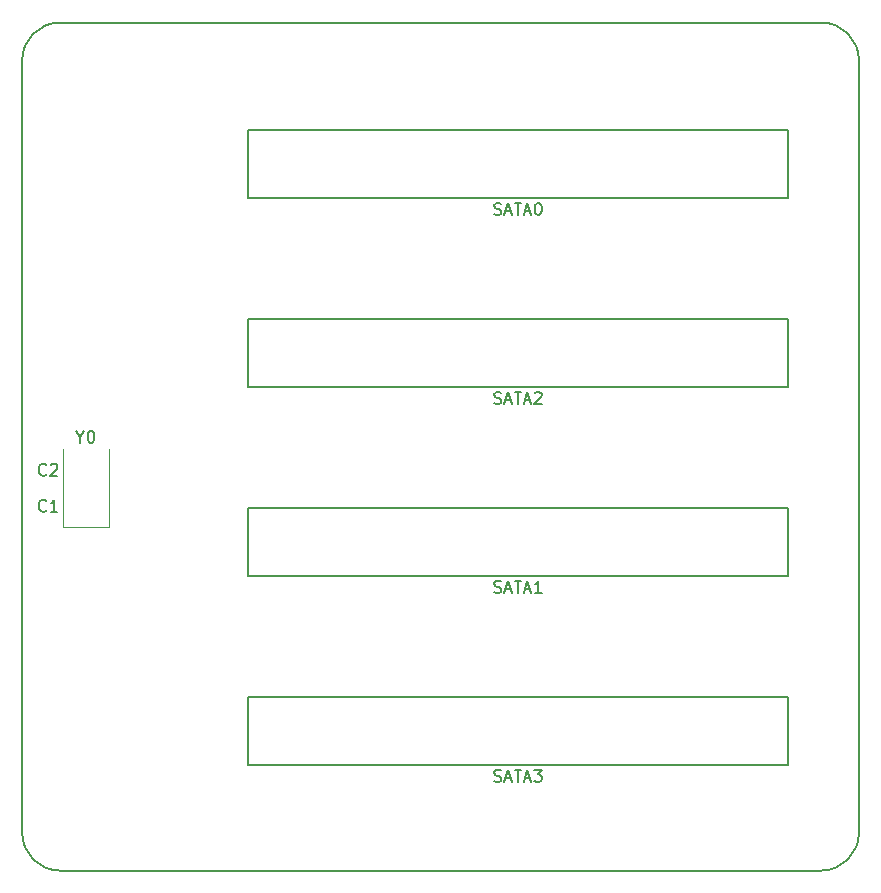
<source format=gbr>
%TF.GenerationSoftware,KiCad,Pcbnew,6.0.0-rc1-unknown-4a57541~66~ubuntu18.04.1*%
%TF.CreationDate,2018-09-13T13:12:40-06:00*%
%TF.ProjectId,thelio-io,7468656C696F2D696F2E6B696361645F,rev?*%
%TF.SameCoordinates,Original*%
%TF.FileFunction,Legend,Top*%
%TF.FilePolarity,Positive*%
%FSLAX46Y46*%
G04 Gerber Fmt 4.6, Leading zero omitted, Abs format (unit mm)*
G04 Created by KiCad (PCBNEW 6.0.0-rc1-unknown-4a57541~66~ubuntu18.04.1) date Thu Sep 13 13:12:40 2018*
%MOMM*%
%LPD*%
G01*
G04 APERTURE LIST*
%ADD10C,0.150000*%
%ADD11C,0.200000*%
%ADD12C,0.120000*%
G04 APERTURE END LIST*
D10*
X70850000Y-68600000D02*
G75*
G02X67650000Y-71800000I-3200000J0D01*
G01*
D11*
X3200000Y-71800000D02*
G75*
G02X0Y-68600000I0J3200000D01*
G01*
X67650000Y-71800000D02*
X3200000Y-71800000D01*
X70850000Y-3200000D02*
X70850000Y-68600000D01*
X0Y-3200000D02*
G75*
G02X3200000Y0I3200000J0D01*
G01*
X67650000Y0D02*
G75*
G02X70850000Y-3200000I0J-3200000D01*
G01*
X0Y-68600000D02*
X0Y-3200000D01*
X3200000Y0D02*
X67650000Y0D01*
D12*
%TO.C,Y0*%
X7350000Y-42700000D02*
X7350000Y-36150000D01*
X3450000Y-42700000D02*
X7350000Y-42700000D01*
X3450000Y-36150000D02*
X3450000Y-42700000D01*
D10*
%TO.C,SATA3*%
X19115000Y-62825000D02*
X19115000Y-57110000D01*
X64835000Y-62825000D02*
X19115000Y-62825000D01*
X64835000Y-57110000D02*
X64835000Y-62825000D01*
X19115000Y-57110000D02*
X64835000Y-57110000D01*
%TO.C,SATA1*%
X19115000Y-46825000D02*
X19115000Y-41110000D01*
X64835000Y-46825000D02*
X19115000Y-46825000D01*
X64835000Y-41110000D02*
X64835000Y-46825000D01*
X19115000Y-41110000D02*
X64835000Y-41110000D01*
%TO.C,SATA2*%
X19115000Y-30825000D02*
X19115000Y-25110000D01*
X64835000Y-30825000D02*
X19115000Y-30825000D01*
X64835000Y-25110000D02*
X64835000Y-30825000D01*
X19115000Y-25110000D02*
X64835000Y-25110000D01*
%TO.C,SATA0*%
X19115000Y-14825000D02*
X19115000Y-9110000D01*
X64835000Y-14825000D02*
X19115000Y-14825000D01*
X64835000Y-9110000D02*
X64835000Y-14825000D01*
X19115000Y-9110000D02*
X64835000Y-9110000D01*
%TD*%
%TO.C,C1*%
X2033333Y-41307142D02*
X1985714Y-41354761D01*
X1842857Y-41402380D01*
X1747619Y-41402380D01*
X1604761Y-41354761D01*
X1509523Y-41259523D01*
X1461904Y-41164285D01*
X1414285Y-40973809D01*
X1414285Y-40830952D01*
X1461904Y-40640476D01*
X1509523Y-40545238D01*
X1604761Y-40450000D01*
X1747619Y-40402380D01*
X1842857Y-40402380D01*
X1985714Y-40450000D01*
X2033333Y-40497619D01*
X2985714Y-41402380D02*
X2414285Y-41402380D01*
X2700000Y-41402380D02*
X2700000Y-40402380D01*
X2604761Y-40545238D01*
X2509523Y-40640476D01*
X2414285Y-40688095D01*
%TO.C,C2*%
X2033333Y-38257142D02*
X1985714Y-38304761D01*
X1842857Y-38352380D01*
X1747619Y-38352380D01*
X1604761Y-38304761D01*
X1509523Y-38209523D01*
X1461904Y-38114285D01*
X1414285Y-37923809D01*
X1414285Y-37780952D01*
X1461904Y-37590476D01*
X1509523Y-37495238D01*
X1604761Y-37400000D01*
X1747619Y-37352380D01*
X1842857Y-37352380D01*
X1985714Y-37400000D01*
X2033333Y-37447619D01*
X2414285Y-37447619D02*
X2461904Y-37400000D01*
X2557142Y-37352380D01*
X2795238Y-37352380D01*
X2890476Y-37400000D01*
X2938095Y-37447619D01*
X2985714Y-37542857D01*
X2985714Y-37638095D01*
X2938095Y-37780952D01*
X2366666Y-38352380D01*
X2985714Y-38352380D01*
%TO.C,Y0*%
X4923809Y-35096190D02*
X4923809Y-35572380D01*
X4590476Y-34572380D02*
X4923809Y-35096190D01*
X5257142Y-34572380D01*
X5780952Y-34572380D02*
X5876190Y-34572380D01*
X5971428Y-34620000D01*
X6019047Y-34667619D01*
X6066666Y-34762857D01*
X6114285Y-34953333D01*
X6114285Y-35191428D01*
X6066666Y-35381904D01*
X6019047Y-35477142D01*
X5971428Y-35524761D01*
X5876190Y-35572380D01*
X5780952Y-35572380D01*
X5685714Y-35524761D01*
X5638095Y-35477142D01*
X5590476Y-35381904D01*
X5542857Y-35191428D01*
X5542857Y-34953333D01*
X5590476Y-34762857D01*
X5638095Y-34667619D01*
X5685714Y-34620000D01*
X5780952Y-34572380D01*
%TO.C,SATA3*%
X39975000Y-64229761D02*
X40117857Y-64277380D01*
X40355952Y-64277380D01*
X40451190Y-64229761D01*
X40498809Y-64182142D01*
X40546428Y-64086904D01*
X40546428Y-63991666D01*
X40498809Y-63896428D01*
X40451190Y-63848809D01*
X40355952Y-63801190D01*
X40165476Y-63753571D01*
X40070238Y-63705952D01*
X40022619Y-63658333D01*
X39975000Y-63563095D01*
X39975000Y-63467857D01*
X40022619Y-63372619D01*
X40070238Y-63325000D01*
X40165476Y-63277380D01*
X40403571Y-63277380D01*
X40546428Y-63325000D01*
X40927380Y-63991666D02*
X41403571Y-63991666D01*
X40832142Y-64277380D02*
X41165476Y-63277380D01*
X41498809Y-64277380D01*
X41689285Y-63277380D02*
X42260714Y-63277380D01*
X41975000Y-64277380D02*
X41975000Y-63277380D01*
X42546428Y-63991666D02*
X43022619Y-63991666D01*
X42451190Y-64277380D02*
X42784523Y-63277380D01*
X43117857Y-64277380D01*
X43355952Y-63277380D02*
X43975000Y-63277380D01*
X43641666Y-63658333D01*
X43784523Y-63658333D01*
X43879761Y-63705952D01*
X43927380Y-63753571D01*
X43975000Y-63848809D01*
X43975000Y-64086904D01*
X43927380Y-64182142D01*
X43879761Y-64229761D01*
X43784523Y-64277380D01*
X43498809Y-64277380D01*
X43403571Y-64229761D01*
X43355952Y-64182142D01*
%TO.C,SATA1*%
X39975000Y-48229761D02*
X40117857Y-48277380D01*
X40355952Y-48277380D01*
X40451190Y-48229761D01*
X40498809Y-48182142D01*
X40546428Y-48086904D01*
X40546428Y-47991666D01*
X40498809Y-47896428D01*
X40451190Y-47848809D01*
X40355952Y-47801190D01*
X40165476Y-47753571D01*
X40070238Y-47705952D01*
X40022619Y-47658333D01*
X39975000Y-47563095D01*
X39975000Y-47467857D01*
X40022619Y-47372619D01*
X40070238Y-47325000D01*
X40165476Y-47277380D01*
X40403571Y-47277380D01*
X40546428Y-47325000D01*
X40927380Y-47991666D02*
X41403571Y-47991666D01*
X40832142Y-48277380D02*
X41165476Y-47277380D01*
X41498809Y-48277380D01*
X41689285Y-47277380D02*
X42260714Y-47277380D01*
X41975000Y-48277380D02*
X41975000Y-47277380D01*
X42546428Y-47991666D02*
X43022619Y-47991666D01*
X42451190Y-48277380D02*
X42784523Y-47277380D01*
X43117857Y-48277380D01*
X43975000Y-48277380D02*
X43403571Y-48277380D01*
X43689285Y-48277380D02*
X43689285Y-47277380D01*
X43594047Y-47420238D01*
X43498809Y-47515476D01*
X43403571Y-47563095D01*
%TO.C,SATA2*%
X39975000Y-32229761D02*
X40117857Y-32277380D01*
X40355952Y-32277380D01*
X40451190Y-32229761D01*
X40498809Y-32182142D01*
X40546428Y-32086904D01*
X40546428Y-31991666D01*
X40498809Y-31896428D01*
X40451190Y-31848809D01*
X40355952Y-31801190D01*
X40165476Y-31753571D01*
X40070238Y-31705952D01*
X40022619Y-31658333D01*
X39975000Y-31563095D01*
X39975000Y-31467857D01*
X40022619Y-31372619D01*
X40070238Y-31325000D01*
X40165476Y-31277380D01*
X40403571Y-31277380D01*
X40546428Y-31325000D01*
X40927380Y-31991666D02*
X41403571Y-31991666D01*
X40832142Y-32277380D02*
X41165476Y-31277380D01*
X41498809Y-32277380D01*
X41689285Y-31277380D02*
X42260714Y-31277380D01*
X41975000Y-32277380D02*
X41975000Y-31277380D01*
X42546428Y-31991666D02*
X43022619Y-31991666D01*
X42451190Y-32277380D02*
X42784523Y-31277380D01*
X43117857Y-32277380D01*
X43403571Y-31372619D02*
X43451190Y-31325000D01*
X43546428Y-31277380D01*
X43784523Y-31277380D01*
X43879761Y-31325000D01*
X43927380Y-31372619D01*
X43975000Y-31467857D01*
X43975000Y-31563095D01*
X43927380Y-31705952D01*
X43355952Y-32277380D01*
X43975000Y-32277380D01*
%TO.C,SATA0*%
X39975000Y-16229761D02*
X40117857Y-16277380D01*
X40355952Y-16277380D01*
X40451190Y-16229761D01*
X40498809Y-16182142D01*
X40546428Y-16086904D01*
X40546428Y-15991666D01*
X40498809Y-15896428D01*
X40451190Y-15848809D01*
X40355952Y-15801190D01*
X40165476Y-15753571D01*
X40070238Y-15705952D01*
X40022619Y-15658333D01*
X39975000Y-15563095D01*
X39975000Y-15467857D01*
X40022619Y-15372619D01*
X40070238Y-15325000D01*
X40165476Y-15277380D01*
X40403571Y-15277380D01*
X40546428Y-15325000D01*
X40927380Y-15991666D02*
X41403571Y-15991666D01*
X40832142Y-16277380D02*
X41165476Y-15277380D01*
X41498809Y-16277380D01*
X41689285Y-15277380D02*
X42260714Y-15277380D01*
X41975000Y-16277380D02*
X41975000Y-15277380D01*
X42546428Y-15991666D02*
X43022619Y-15991666D01*
X42451190Y-16277380D02*
X42784523Y-15277380D01*
X43117857Y-16277380D01*
X43641666Y-15277380D02*
X43736904Y-15277380D01*
X43832142Y-15325000D01*
X43879761Y-15372619D01*
X43927380Y-15467857D01*
X43975000Y-15658333D01*
X43975000Y-15896428D01*
X43927380Y-16086904D01*
X43879761Y-16182142D01*
X43832142Y-16229761D01*
X43736904Y-16277380D01*
X43641666Y-16277380D01*
X43546428Y-16229761D01*
X43498809Y-16182142D01*
X43451190Y-16086904D01*
X43403571Y-15896428D01*
X43403571Y-15658333D01*
X43451190Y-15467857D01*
X43498809Y-15372619D01*
X43546428Y-15325000D01*
X43641666Y-15277380D01*
%TD*%
M02*

</source>
